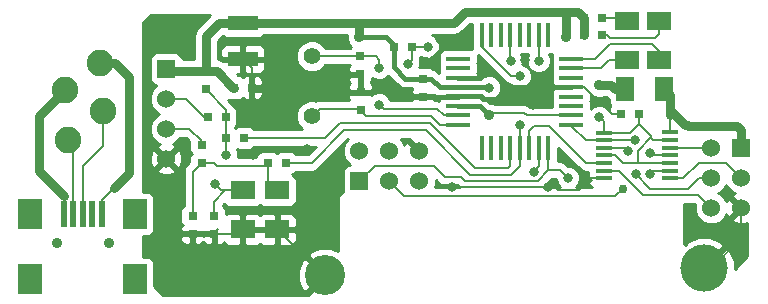
<source format=gtl>
G04 (created by PCBNEW-RS274X (2011-11-27 BZR 3249)-stable) date 13/09/2012 2:58:33 p.m.*
G01*
G70*
G90*
%MOIN*%
G04 Gerber Fmt 3.4, Leading zero omitted, Abs format*
%FSLAX34Y34*%
G04 APERTURE LIST*
%ADD10C,0.006000*%
%ADD11R,0.055000X0.017000*%
%ADD12C,0.035400*%
%ADD13R,0.078700X0.098400*%
%ADD14R,0.019700X0.090600*%
%ADD15C,0.088600*%
%ADD16C,0.157500*%
%ADD17C,0.133900*%
%ADD18C,0.056000*%
%ADD19R,0.060000X0.060000*%
%ADD20C,0.060000*%
%ADD21R,0.031500X0.025000*%
%ADD22R,0.080000X0.060000*%
%ADD23R,0.060000X0.080000*%
%ADD24R,0.100000X0.050000*%
%ADD25R,0.078700X0.017700*%
%ADD26R,0.017700X0.078700*%
%ADD27R,0.025000X0.031500*%
%ADD28C,0.035000*%
%ADD29C,0.031500*%
%ADD30C,0.030000*%
%ADD31C,0.015700*%
%ADD32C,0.008000*%
%ADD33C,0.030000*%
%ADD34C,0.010000*%
G04 APERTURE END LIST*
G54D10*
G54D11*
X20128Y-04472D03*
X20128Y-04722D03*
X20128Y-04982D03*
X20128Y-05232D03*
X20128Y-05492D03*
X20128Y-05747D03*
X20128Y-06002D03*
X22328Y-06002D03*
X22328Y-05747D03*
X22328Y-05492D03*
X22328Y-05232D03*
X22328Y-04977D03*
X22328Y-04722D03*
X22328Y-04467D03*
G54D12*
X03622Y-08169D03*
X01890Y-08169D03*
G54D13*
X04488Y-09350D03*
X01004Y-09350D03*
X04508Y-07185D03*
X01004Y-07185D03*
G54D14*
X02756Y-07185D03*
X02441Y-07185D03*
X02126Y-07185D03*
X03071Y-07185D03*
X03386Y-07185D03*
G54D15*
X02166Y-03053D03*
G54D16*
X23478Y-08982D03*
G54D17*
X10828Y-09232D03*
G54D18*
X10398Y-03932D03*
X10398Y-01932D03*
G54D19*
X11978Y-06092D03*
G54D20*
X11978Y-05092D03*
X12978Y-06092D03*
X12978Y-05092D03*
X13978Y-06092D03*
X13978Y-05092D03*
G54D19*
X05538Y-02352D03*
G54D20*
X05538Y-03352D03*
X05538Y-04352D03*
X05538Y-05352D03*
G54D15*
X02264Y-04726D03*
X03445Y-03742D03*
X03347Y-02167D03*
G54D21*
X06418Y-07842D03*
X06418Y-07242D03*
X07138Y-07842D03*
X07138Y-07242D03*
G54D22*
X08088Y-07702D03*
X08088Y-06402D03*
X09238Y-07702D03*
X09238Y-06402D03*
G54D23*
X20838Y-03022D03*
X22138Y-03022D03*
G54D22*
X21968Y-00752D03*
X21968Y-02052D03*
X20908Y-00752D03*
X20908Y-02052D03*
G54D19*
X24713Y-04984D03*
G54D20*
X23713Y-04984D03*
X24713Y-05984D03*
X23713Y-05984D03*
X24713Y-06984D03*
X23713Y-06984D03*
G54D24*
X08098Y-00822D03*
X08098Y-02022D03*
G54D25*
X15282Y-04215D03*
X15282Y-03900D03*
X15282Y-03585D03*
X15282Y-03270D03*
X15282Y-02955D03*
X15282Y-02640D03*
X15282Y-02325D03*
X15282Y-02010D03*
X19048Y-02012D03*
X19048Y-04222D03*
X19048Y-03902D03*
X19048Y-03582D03*
X19048Y-03272D03*
X19048Y-02952D03*
X19048Y-02642D03*
X19048Y-02322D03*
G54D26*
X16066Y-01222D03*
X16380Y-01222D03*
X16696Y-01222D03*
X17010Y-01222D03*
X17326Y-01222D03*
X17640Y-01222D03*
X17956Y-01222D03*
X18270Y-01222D03*
X16068Y-05002D03*
X16378Y-05002D03*
X16698Y-05002D03*
X17008Y-05002D03*
X17318Y-05002D03*
X17638Y-05002D03*
X17958Y-05002D03*
X18278Y-05002D03*
G54D27*
X20078Y-00642D03*
X19478Y-00642D03*
X20078Y-01212D03*
X19478Y-01212D03*
G54D21*
X06718Y-05472D03*
X06718Y-04872D03*
G54D27*
X07538Y-03952D03*
X06938Y-03952D03*
X09518Y-05482D03*
X08918Y-05482D03*
X08138Y-04652D03*
X07538Y-04652D03*
G54D21*
X12018Y-03722D03*
X12018Y-03122D03*
G54D27*
X07798Y-02972D03*
X08398Y-02972D03*
G54D21*
X06858Y-02432D03*
X06858Y-03032D03*
X12008Y-01932D03*
X12008Y-02532D03*
G54D27*
X13118Y-01622D03*
X13718Y-01622D03*
X21284Y-03858D03*
X20684Y-03858D03*
G54D21*
X14098Y-02672D03*
X14098Y-03272D03*
G54D28*
X19976Y-02898D03*
X16308Y-03902D03*
X11978Y-01302D03*
G54D29*
X16308Y-02972D03*
G54D28*
X18878Y-01282D03*
G54D29*
X17958Y-02082D03*
X19978Y-03962D03*
X17328Y-04232D03*
X17318Y-02592D03*
X21654Y-05157D03*
X18937Y-05984D03*
X21668Y-05842D03*
X17788Y-05772D03*
X17018Y-02082D03*
X14268Y-01612D03*
X13588Y-02172D03*
X21178Y-04732D03*
G54D30*
X20758Y-06342D03*
G54D29*
X15598Y-01362D03*
X08088Y-09552D03*
X06178Y-09542D03*
X06558Y-00792D03*
X05528Y-08862D03*
X16928Y-02952D03*
X17758Y-03542D03*
X05408Y-01582D03*
X10236Y-05032D03*
G54D28*
X13528Y-03262D03*
G54D29*
X15078Y-06282D03*
X08088Y-08462D03*
X09788Y-09532D03*
X05658Y-00812D03*
X08425Y-05221D03*
X05518Y-07472D03*
X18258Y-06292D03*
X14658Y-01362D03*
X10937Y-07264D03*
X19978Y-03452D03*
X17488Y-02062D03*
X14248Y-02132D03*
X08088Y-03712D03*
X19488Y-06002D03*
X07168Y-06202D03*
X07528Y-05212D03*
X21188Y-05862D03*
X20928Y-05092D03*
X12638Y-03543D03*
X12638Y-02323D03*
G54D31*
X14098Y-02672D02*
X13486Y-02672D01*
G54D32*
X19048Y-03902D02*
X17563Y-03902D01*
G54D33*
X20362Y-02898D02*
X20486Y-03022D01*
X06858Y-01262D02*
X07298Y-00822D01*
X19478Y-00642D02*
X19478Y-01212D01*
G54D32*
X17480Y-03819D02*
X16391Y-03819D01*
G54D33*
X11978Y-00822D02*
X15118Y-00822D01*
X15498Y-00442D02*
X18868Y-00442D01*
X07298Y-00822D02*
X08098Y-00822D01*
X06858Y-02432D02*
X06858Y-01262D01*
X11978Y-00822D02*
X11978Y-01302D01*
G54D31*
X14651Y-02955D02*
X15282Y-02955D01*
G54D33*
X18868Y-00442D02*
X19278Y-00442D01*
X07238Y-02432D02*
X06858Y-02432D01*
G54D31*
X14098Y-02672D02*
X14368Y-02672D01*
G54D33*
X18868Y-01272D02*
X18878Y-01282D01*
G54D31*
X14368Y-02672D02*
X14651Y-02955D01*
G54D33*
X20486Y-03022D02*
X20838Y-03022D01*
G54D31*
X15282Y-02955D02*
X16291Y-02955D01*
G54D33*
X06858Y-02432D02*
X05618Y-02432D01*
X08098Y-00822D02*
X11978Y-00822D01*
G54D31*
X16291Y-02955D02*
X16308Y-02972D01*
G54D33*
X18868Y-00442D02*
X18868Y-01272D01*
X05618Y-02432D02*
X05538Y-02352D01*
X15118Y-00822D02*
X15498Y-00442D01*
X07798Y-02972D02*
X07778Y-02972D01*
G54D31*
X13118Y-02304D02*
X13118Y-01622D01*
G54D33*
X19278Y-00442D02*
X19478Y-00642D01*
X19976Y-02898D02*
X20362Y-02898D01*
G54D31*
X15282Y-03585D02*
X15991Y-03585D01*
X15991Y-03585D02*
X16308Y-03902D01*
G54D32*
X17563Y-03902D02*
X17480Y-03819D01*
G54D31*
X12877Y-01302D02*
X11978Y-01302D01*
G54D32*
X16391Y-03819D02*
X16308Y-03902D01*
G54D31*
X13486Y-02672D02*
X13118Y-02304D01*
X13118Y-01543D02*
X12877Y-01302D01*
X13118Y-01622D02*
X13118Y-01543D01*
G54D33*
X07778Y-02972D02*
X07238Y-02432D01*
G54D32*
X20118Y-04102D02*
X19978Y-03962D01*
X21708Y-04631D02*
X21708Y-04652D01*
X20128Y-04472D02*
X20128Y-04112D01*
X17956Y-02080D02*
X17956Y-01222D01*
X21208Y-05492D02*
X21260Y-05492D01*
X20768Y-05492D02*
X21208Y-05492D01*
X20128Y-04112D02*
X20118Y-04102D01*
X21708Y-04652D02*
X21778Y-04722D01*
X21299Y-04173D02*
X21299Y-03873D01*
X21260Y-05079D02*
X21708Y-04631D01*
X21778Y-04722D02*
X22328Y-04722D01*
X21299Y-04173D02*
X21288Y-04162D01*
X21708Y-04652D02*
X21708Y-04582D01*
X21260Y-05492D02*
X21260Y-05079D01*
X20118Y-04102D02*
X20118Y-04102D01*
X17958Y-02082D02*
X17956Y-02080D01*
X21299Y-03873D02*
X21284Y-03858D01*
X20128Y-05232D02*
X20508Y-05232D01*
X20508Y-05232D02*
X20768Y-05492D01*
X20128Y-04472D02*
X21000Y-04472D01*
X21000Y-04472D02*
X21299Y-04173D01*
X21708Y-04582D02*
X21299Y-04173D01*
X21260Y-05492D02*
X22328Y-05492D01*
X09518Y-05482D02*
X10398Y-05482D01*
X16066Y-01222D02*
X16066Y-01620D01*
X17048Y-05872D02*
X17318Y-05602D01*
X17328Y-04232D02*
X17318Y-04242D01*
X11478Y-04402D02*
X10398Y-05482D01*
X15668Y-05872D02*
X17048Y-05872D01*
X14198Y-04402D02*
X15668Y-05872D01*
X17318Y-04242D02*
X17318Y-05002D01*
X14198Y-04402D02*
X11478Y-04402D01*
X17318Y-05602D02*
X17318Y-05002D01*
X17038Y-02592D02*
X17318Y-02592D01*
X16066Y-01620D02*
X17038Y-02592D01*
X17008Y-05582D02*
X17008Y-05002D01*
X11338Y-04152D02*
X10838Y-04652D01*
X15828Y-05662D02*
X14318Y-04152D01*
X15828Y-05662D02*
X16928Y-05662D01*
X16928Y-05662D02*
X17008Y-05582D01*
X08138Y-04652D02*
X10838Y-04652D01*
X14318Y-04152D02*
X11338Y-04152D01*
X14458Y-05582D02*
X12488Y-05582D01*
X22328Y-05232D02*
X22318Y-05242D01*
X14818Y-05942D02*
X14458Y-05582D01*
X18675Y-05722D02*
X18937Y-05984D01*
X15368Y-05942D02*
X15508Y-06082D01*
X11978Y-06092D02*
X12488Y-05582D01*
X18278Y-05722D02*
X18278Y-05002D01*
X17918Y-06082D02*
X18278Y-05722D01*
X14818Y-05942D02*
X15368Y-05942D01*
X21729Y-05232D02*
X22328Y-05232D01*
X21729Y-05232D02*
X21654Y-05157D01*
X15508Y-06082D02*
X17918Y-06082D01*
X18278Y-05732D02*
X18278Y-05722D01*
X18675Y-05722D02*
X18278Y-05722D01*
X17788Y-05772D02*
X17958Y-05602D01*
X17958Y-05602D02*
X17958Y-05002D01*
X22328Y-05747D02*
X21763Y-05747D01*
X21763Y-05747D02*
X21668Y-05842D01*
X13718Y-02042D02*
X13718Y-01622D01*
X13588Y-02172D02*
X13718Y-02042D01*
X17018Y-02082D02*
X17010Y-02074D01*
X14258Y-01622D02*
X14268Y-01612D01*
X17010Y-01222D02*
X17010Y-02074D01*
X14258Y-01622D02*
X13718Y-01622D01*
X17638Y-04412D02*
X17798Y-04252D01*
X18298Y-04252D02*
X19538Y-05492D01*
X17798Y-04252D02*
X18298Y-04252D01*
X19538Y-05492D02*
X20128Y-05492D01*
X17638Y-05002D02*
X17638Y-04412D01*
X20128Y-04722D02*
X19518Y-04722D01*
X12978Y-06092D02*
X13478Y-06592D01*
X20508Y-06592D02*
X20758Y-06342D01*
X21178Y-04732D02*
X20138Y-04732D01*
X20138Y-04732D02*
X20128Y-04722D01*
X19048Y-04252D02*
X19518Y-04722D01*
X19048Y-04252D02*
X19048Y-04222D01*
X20472Y-06592D02*
X20508Y-06592D01*
X20472Y-06592D02*
X13478Y-06592D01*
X21168Y-04722D02*
X21178Y-04732D01*
X20684Y-03858D02*
X20384Y-03858D01*
X12918Y-03122D02*
X12018Y-03122D01*
X23718Y-08982D02*
X24716Y-07984D01*
X12018Y-03122D02*
X12018Y-02542D01*
X10828Y-09232D02*
X10768Y-09232D01*
X24716Y-06987D02*
X24713Y-06984D01*
X05408Y-01582D02*
X05658Y-01332D01*
X05658Y-01332D02*
X05658Y-00812D01*
X16928Y-02952D02*
X16918Y-02942D01*
X08338Y-03462D02*
X08338Y-03032D01*
X23478Y-08982D02*
X23718Y-08982D01*
X10499Y-07702D02*
X10937Y-07264D01*
X24716Y-06987D02*
X24713Y-06984D01*
G54D31*
X15282Y-03270D02*
X16026Y-03270D01*
G54D32*
X08693Y-04953D02*
X08425Y-05221D01*
X14658Y-01722D02*
X14658Y-01362D01*
G54D31*
X16026Y-03270D02*
X16102Y-03346D01*
G54D32*
X09428Y-07702D02*
X09238Y-07702D01*
X14248Y-02132D02*
X14658Y-01722D01*
X06418Y-07842D02*
X05908Y-07842D01*
X08398Y-02972D02*
X08398Y-02322D01*
X08088Y-07702D02*
X08088Y-08462D01*
X07138Y-07842D02*
X07278Y-07702D01*
X07948Y-07842D02*
X08088Y-07702D01*
G54D31*
X16102Y-03346D02*
X16534Y-03346D01*
G54D32*
X10768Y-09232D02*
X09238Y-07702D01*
G54D31*
X19048Y-02952D02*
X16928Y-02952D01*
G54D32*
X08088Y-07702D02*
X09238Y-07702D01*
X08088Y-03712D02*
X08338Y-03462D01*
X08108Y-09532D02*
X09788Y-09532D01*
X14098Y-03272D02*
X13528Y-03272D01*
G54D31*
X15280Y-03272D02*
X15282Y-03270D01*
G54D32*
X08338Y-03032D02*
X08398Y-02972D01*
X18602Y-06402D02*
X19308Y-06402D01*
X18258Y-06292D02*
X15088Y-06292D01*
X24716Y-07984D02*
X24716Y-06987D01*
X05518Y-07472D02*
X05488Y-07442D01*
X10236Y-05032D02*
X10157Y-04953D01*
X24716Y-07984D02*
X24728Y-07972D01*
X19308Y-06402D02*
X19488Y-06222D01*
X13528Y-03272D02*
X13068Y-03272D01*
X20384Y-03858D02*
X19978Y-03452D01*
X15088Y-06292D02*
X15078Y-06282D01*
X08088Y-09552D02*
X08108Y-09532D01*
X19478Y-02952D02*
X19978Y-03452D01*
X05488Y-07442D02*
X05488Y-07422D01*
G54D31*
X14448Y-03272D02*
X15280Y-03272D01*
G54D32*
X19488Y-06222D02*
X19488Y-06002D01*
X07138Y-07842D02*
X07948Y-07842D01*
X13528Y-03262D02*
X13528Y-03272D01*
X18492Y-06292D02*
X18602Y-06402D01*
G54D31*
X16534Y-03346D02*
X16928Y-02952D01*
G54D32*
X06418Y-07842D02*
X07138Y-07842D01*
X18258Y-06292D02*
X18492Y-06292D01*
G54D31*
X16496Y-02520D02*
X16928Y-02952D01*
G54D32*
X11998Y-02542D02*
X12008Y-02532D01*
X12018Y-02542D02*
X12008Y-02532D01*
G54D31*
X14098Y-03272D02*
X14448Y-03272D01*
G54D32*
X19488Y-06002D02*
X20128Y-06002D01*
X10157Y-04953D02*
X08693Y-04953D01*
X09238Y-07702D02*
X10499Y-07702D01*
X05528Y-08892D02*
X05528Y-08862D01*
X08398Y-02322D02*
X08098Y-02022D01*
X06178Y-09542D02*
X05528Y-08892D01*
X12018Y-03122D02*
X08548Y-03122D01*
G54D31*
X15282Y-02640D02*
X15984Y-02640D01*
G54D32*
X16918Y-02962D02*
X16918Y-02942D01*
X05908Y-07842D02*
X05538Y-07472D01*
G54D31*
X16104Y-02520D02*
X16496Y-02520D01*
X15984Y-02640D02*
X16104Y-02520D01*
G54D32*
X19478Y-02952D02*
X19048Y-02952D01*
X13068Y-03272D02*
X12918Y-03122D01*
X08088Y-07702D02*
X07938Y-07852D01*
X08548Y-03122D02*
X08398Y-02972D01*
X20040Y-02322D02*
X20310Y-02052D01*
X19048Y-02322D02*
X20040Y-02322D01*
X20310Y-02052D02*
X20908Y-02052D01*
X07138Y-07242D02*
X07138Y-06772D01*
X07538Y-05202D02*
X07528Y-05212D01*
X07538Y-03952D02*
X07538Y-03712D01*
X07138Y-06772D02*
X07508Y-06402D01*
X07168Y-06202D02*
X07368Y-06402D01*
X07538Y-03712D02*
X06858Y-03032D01*
X07538Y-04652D02*
X07538Y-03952D01*
X07508Y-06402D02*
X08088Y-06402D01*
X07538Y-04652D02*
X07538Y-05202D01*
X07368Y-06402D02*
X08088Y-06402D01*
X06718Y-04872D02*
X06718Y-04762D01*
X06308Y-04352D02*
X05538Y-04352D01*
X06718Y-04762D02*
X06308Y-04352D01*
X06938Y-03952D02*
X06788Y-03952D01*
X06188Y-03352D02*
X05538Y-03352D01*
X06788Y-03952D02*
X06188Y-03352D01*
X21443Y-06562D02*
X20628Y-05747D01*
X23307Y-06562D02*
X21443Y-06562D01*
X23307Y-06562D02*
X23307Y-06578D01*
X20628Y-05747D02*
X20128Y-05747D01*
X23308Y-06562D02*
X23307Y-06562D01*
X23307Y-06578D02*
X23713Y-06984D01*
X22328Y-04977D02*
X23706Y-04977D01*
X23706Y-04977D02*
X23713Y-04984D01*
X22335Y-04984D02*
X22328Y-04977D01*
X23712Y-05983D02*
X23713Y-05984D01*
X23308Y-05982D02*
X23307Y-05983D01*
X23307Y-05983D02*
X22938Y-06352D01*
X20818Y-04982D02*
X20928Y-05092D01*
X23307Y-05983D02*
X23712Y-05983D01*
X21678Y-06352D02*
X21188Y-05862D01*
X22938Y-06352D02*
X21678Y-06352D01*
X20818Y-04982D02*
X20128Y-04982D01*
X22768Y-06002D02*
X23288Y-05482D01*
X22328Y-06002D02*
X22768Y-06002D01*
X24213Y-05484D02*
X24713Y-05984D01*
X24213Y-05482D02*
X24213Y-05484D01*
X24213Y-05482D02*
X24228Y-05482D01*
X23288Y-05482D02*
X24213Y-05482D01*
X06418Y-05772D02*
X06718Y-05472D01*
X07128Y-05472D02*
X07248Y-05592D01*
X06418Y-07242D02*
X06418Y-05772D01*
X07248Y-05592D02*
X08808Y-05592D01*
X06718Y-05472D02*
X07128Y-05472D01*
X08918Y-05482D02*
X08918Y-06082D01*
X08808Y-05592D02*
X08918Y-05482D01*
X08918Y-06082D02*
X09238Y-06402D01*
X20078Y-00642D02*
X20798Y-00642D01*
X20798Y-00642D02*
X20908Y-00752D01*
G54D33*
X01299Y-03920D02*
X02166Y-03053D01*
X01299Y-05748D02*
X01299Y-03920D01*
G54D32*
X02126Y-07185D02*
X02126Y-06575D01*
G54D33*
X02126Y-06575D02*
X01299Y-05748D01*
G54D32*
X03436Y-04932D02*
X03445Y-04923D01*
X02776Y-05592D02*
X02776Y-07165D01*
X03436Y-04932D02*
X02776Y-05592D01*
X02776Y-07165D02*
X02756Y-07185D01*
X03436Y-04932D02*
X03436Y-03751D01*
X03436Y-03751D02*
X03445Y-03742D01*
X03386Y-07185D02*
X03386Y-06732D01*
G54D33*
X03800Y-06318D02*
X04291Y-05827D01*
X04291Y-02874D02*
X04291Y-02913D01*
G54D32*
X03386Y-06732D02*
X03800Y-06318D01*
G54D33*
X04291Y-05827D02*
X04291Y-02913D01*
X04291Y-02913D02*
X04291Y-02637D01*
X04291Y-02637D02*
X03821Y-02167D01*
X03821Y-02167D02*
X03347Y-02167D01*
G54D32*
X12522Y-01932D02*
X12008Y-01932D01*
X14786Y-03900D02*
X14578Y-03692D01*
X10398Y-01932D02*
X12008Y-01932D01*
X15282Y-03900D02*
X14786Y-03900D01*
X12522Y-01932D02*
X12638Y-02048D01*
X12787Y-03692D02*
X12638Y-03543D01*
X12638Y-02048D02*
X12638Y-02323D01*
X12028Y-01952D02*
X12008Y-01932D01*
X14578Y-03692D02*
X12787Y-03692D01*
X02441Y-04903D02*
X02264Y-04726D01*
X02441Y-07185D02*
X02441Y-04903D01*
X21968Y-02052D02*
X21968Y-01752D01*
X19058Y-02022D02*
X19048Y-02012D01*
X21728Y-01512D02*
X21968Y-01752D01*
X19828Y-02022D02*
X19058Y-02022D01*
X20338Y-01512D02*
X21728Y-01512D01*
X20338Y-01512D02*
X19828Y-02022D01*
X20248Y-01212D02*
X20348Y-01312D01*
X20348Y-01312D02*
X21838Y-01312D01*
X20078Y-01212D02*
X20248Y-01212D01*
X21968Y-01182D02*
X21968Y-00752D01*
X21838Y-01312D02*
X21968Y-01182D01*
X10398Y-03932D02*
X10658Y-03672D01*
X14661Y-04215D02*
X14358Y-03912D01*
X15282Y-04215D02*
X14661Y-04215D01*
X11968Y-03672D02*
X12018Y-03722D01*
X12208Y-03912D02*
X12018Y-03722D01*
X10658Y-03672D02*
X11968Y-03672D01*
X14358Y-03912D02*
X12208Y-03912D01*
G54D33*
X24713Y-04398D02*
X24713Y-04984D01*
X22938Y-04242D02*
X24557Y-04242D01*
G54D32*
X22928Y-04242D02*
X22938Y-04242D01*
G54D33*
X22938Y-04213D02*
X22938Y-04212D01*
X22938Y-04242D02*
X22938Y-04213D01*
X24557Y-04242D02*
X24713Y-04398D01*
G54D32*
X22328Y-03882D02*
X22338Y-03872D01*
G54D33*
X22338Y-03222D02*
X22138Y-03022D01*
X22338Y-03716D02*
X22338Y-03222D01*
X22338Y-03872D02*
X22338Y-03716D01*
G54D32*
X22338Y-03872D02*
X22328Y-03882D01*
X22328Y-03882D02*
X22338Y-03872D01*
X22328Y-04467D02*
X22328Y-03882D01*
G54D33*
X22835Y-04213D02*
X22338Y-03716D01*
X22938Y-04213D02*
X22835Y-04213D01*
G54D10*
G36*
X10528Y-04942D02*
X10278Y-05192D01*
X09857Y-05192D01*
X09854Y-05184D01*
X09784Y-05114D01*
X09693Y-05076D01*
X09594Y-05076D01*
X09344Y-05076D01*
X09252Y-05114D01*
X09218Y-05148D01*
X09184Y-05114D01*
X09093Y-05076D01*
X08994Y-05076D01*
X08744Y-05076D01*
X08652Y-05114D01*
X08582Y-05184D01*
X08544Y-05275D01*
X08544Y-05302D01*
X07930Y-05302D01*
X07934Y-05293D01*
X07934Y-05132D01*
X07890Y-05027D01*
X07963Y-05058D01*
X08062Y-05058D01*
X08312Y-05058D01*
X08404Y-05020D01*
X08474Y-04950D01*
X08477Y-04942D01*
X10528Y-04942D01*
X10528Y-04942D01*
G37*
G54D34*
X10528Y-04942D02*
X10278Y-05192D01*
X09857Y-05192D01*
X09854Y-05184D01*
X09784Y-05114D01*
X09693Y-05076D01*
X09594Y-05076D01*
X09344Y-05076D01*
X09252Y-05114D01*
X09218Y-05148D01*
X09184Y-05114D01*
X09093Y-05076D01*
X08994Y-05076D01*
X08744Y-05076D01*
X08652Y-05114D01*
X08582Y-05184D01*
X08544Y-05275D01*
X08544Y-05302D01*
X07930Y-05302D01*
X07934Y-05293D01*
X07934Y-05132D01*
X07890Y-05027D01*
X07963Y-05058D01*
X08062Y-05058D01*
X08312Y-05058D01*
X08404Y-05020D01*
X08474Y-04950D01*
X08477Y-04942D01*
X10528Y-04942D01*
G54D10*
G36*
X11653Y-05543D02*
X11629Y-05543D01*
X11537Y-05581D01*
X11467Y-05651D01*
X11429Y-05742D01*
X11429Y-05841D01*
X11429Y-06441D01*
X11436Y-06459D01*
X11348Y-06518D01*
X11278Y-06624D01*
X11253Y-06748D01*
X11253Y-08431D01*
X10993Y-08328D01*
X10635Y-08333D01*
X10329Y-08461D01*
X10259Y-08592D01*
X10793Y-09126D01*
X10828Y-09161D01*
X10899Y-09232D01*
X10828Y-09303D01*
X10793Y-09338D01*
X10757Y-09374D01*
X10757Y-09232D01*
X10188Y-08663D01*
X10057Y-08733D01*
X09924Y-09067D01*
X09929Y-09425D01*
X10057Y-09731D01*
X10188Y-09801D01*
X10757Y-09232D01*
X10757Y-09374D01*
X10259Y-09872D01*
X10272Y-09897D01*
X09888Y-09897D01*
X09888Y-07814D01*
X09888Y-07590D01*
X09887Y-07353D01*
X09849Y-07261D01*
X09779Y-07191D01*
X09688Y-07153D01*
X09589Y-07153D01*
X09350Y-07152D01*
X09288Y-07214D01*
X09288Y-07652D01*
X09826Y-07652D01*
X09888Y-07590D01*
X09888Y-07814D01*
X09826Y-07752D01*
X09288Y-07752D01*
X09288Y-08190D01*
X09350Y-08252D01*
X09589Y-08251D01*
X09688Y-08251D01*
X09779Y-08213D01*
X09849Y-08143D01*
X09887Y-08051D01*
X09888Y-07814D01*
X09888Y-09897D01*
X09188Y-09897D01*
X09188Y-08190D01*
X09188Y-07752D01*
X09188Y-07652D01*
X09188Y-07214D01*
X09126Y-07152D01*
X08887Y-07153D01*
X08788Y-07153D01*
X08697Y-07191D01*
X08663Y-07225D01*
X08629Y-07191D01*
X08538Y-07153D01*
X08439Y-07153D01*
X08200Y-07152D01*
X08138Y-07214D01*
X08138Y-07652D01*
X08650Y-07652D01*
X08676Y-07652D01*
X09188Y-07652D01*
X09188Y-07752D01*
X08676Y-07752D01*
X08650Y-07752D01*
X08138Y-07752D01*
X08138Y-08190D01*
X08200Y-08252D01*
X08439Y-08251D01*
X08538Y-08251D01*
X08629Y-08213D01*
X08663Y-08179D01*
X08697Y-08213D01*
X08788Y-08251D01*
X08887Y-08251D01*
X09126Y-08252D01*
X09188Y-08190D01*
X09188Y-09897D01*
X07088Y-09897D01*
X07088Y-08155D01*
X07088Y-07892D01*
X06793Y-07892D01*
X06778Y-07907D01*
X06763Y-07892D01*
X06468Y-07892D01*
X06468Y-08155D01*
X06529Y-08216D01*
X06625Y-08216D01*
X06716Y-08178D01*
X06778Y-08116D01*
X06840Y-08178D01*
X06931Y-08216D01*
X07027Y-08216D01*
X07088Y-08155D01*
X07088Y-09897D01*
X06368Y-09897D01*
X06368Y-08155D01*
X06368Y-07892D01*
X06073Y-07892D01*
X06011Y-07954D01*
X06012Y-08016D01*
X06050Y-08108D01*
X06120Y-08178D01*
X06211Y-08216D01*
X06307Y-08216D01*
X06368Y-08155D01*
X06368Y-09897D01*
X05846Y-09897D01*
X05846Y-05730D01*
X05538Y-05423D01*
X05467Y-05493D01*
X05467Y-05352D01*
X05160Y-05044D01*
X05066Y-05071D01*
X04995Y-05273D01*
X05006Y-05486D01*
X05066Y-05633D01*
X05160Y-05660D01*
X05467Y-05352D01*
X05467Y-05493D01*
X05230Y-05730D01*
X05257Y-05824D01*
X05459Y-05895D01*
X05672Y-05884D01*
X05819Y-05824D01*
X05846Y-05730D01*
X05846Y-09897D01*
X05448Y-09897D01*
X05130Y-09578D01*
X05130Y-08809D01*
X05092Y-08717D01*
X05022Y-08647D01*
X04931Y-08609D01*
X04832Y-08609D01*
X04778Y-08609D01*
X04778Y-07926D01*
X04950Y-07926D01*
X05042Y-07888D01*
X05112Y-07818D01*
X05150Y-07727D01*
X05150Y-07628D01*
X05150Y-06644D01*
X05112Y-06552D01*
X05042Y-06482D01*
X04951Y-06444D01*
X04852Y-06444D01*
X04778Y-06444D01*
X04778Y-00775D01*
X04836Y-00745D01*
X05038Y-00557D01*
X06997Y-00557D01*
X06575Y-00979D01*
X06488Y-01109D01*
X06458Y-01262D01*
X06458Y-02032D01*
X06087Y-02032D01*
X06087Y-02003D01*
X06049Y-01911D01*
X05979Y-01841D01*
X05888Y-01803D01*
X05789Y-01803D01*
X05189Y-01803D01*
X05097Y-01841D01*
X05027Y-01911D01*
X04989Y-02002D01*
X04989Y-02101D01*
X04989Y-02701D01*
X05027Y-02793D01*
X05097Y-02863D01*
X05188Y-02901D01*
X05213Y-02901D01*
X05073Y-03041D01*
X04989Y-03243D01*
X04989Y-03461D01*
X05073Y-03663D01*
X05227Y-03817D01*
X05311Y-03852D01*
X05227Y-03887D01*
X05073Y-04041D01*
X04989Y-04243D01*
X04989Y-04461D01*
X05073Y-04663D01*
X05227Y-04817D01*
X05318Y-04854D01*
X05257Y-04880D01*
X05230Y-04974D01*
X05538Y-05281D01*
X05846Y-04974D01*
X05819Y-04880D01*
X05753Y-04856D01*
X05849Y-04817D01*
X06003Y-04663D01*
X06011Y-04642D01*
X06188Y-04642D01*
X06312Y-04766D01*
X06312Y-04796D01*
X06312Y-05046D01*
X06350Y-05138D01*
X06384Y-05172D01*
X06350Y-05206D01*
X06312Y-05297D01*
X06312Y-05396D01*
X06312Y-05468D01*
X06213Y-05567D01*
X06150Y-05661D01*
X06128Y-05772D01*
X06128Y-06902D01*
X06120Y-06906D01*
X06081Y-06945D01*
X06081Y-05431D01*
X06070Y-05218D01*
X06010Y-05071D01*
X05916Y-05044D01*
X05609Y-05352D01*
X05916Y-05660D01*
X06010Y-05633D01*
X06081Y-05431D01*
X06081Y-06945D01*
X06050Y-06976D01*
X06012Y-07067D01*
X06012Y-07166D01*
X06012Y-07416D01*
X06050Y-07508D01*
X06084Y-07542D01*
X06050Y-07576D01*
X06012Y-07668D01*
X06011Y-07730D01*
X06073Y-07792D01*
X06318Y-07792D01*
X06368Y-07792D01*
X06468Y-07792D01*
X06518Y-07792D01*
X06763Y-07792D01*
X06778Y-07777D01*
X06793Y-07792D01*
X07038Y-07792D01*
X07088Y-07792D01*
X07188Y-07792D01*
X07188Y-07892D01*
X07188Y-07942D01*
X07188Y-08155D01*
X07249Y-08216D01*
X07345Y-08216D01*
X07436Y-08178D01*
X07475Y-08138D01*
X07477Y-08143D01*
X07547Y-08213D01*
X07638Y-08251D01*
X07737Y-08251D01*
X07976Y-08252D01*
X08038Y-08190D01*
X08038Y-07802D01*
X08038Y-07752D01*
X08038Y-07652D01*
X08038Y-07602D01*
X08038Y-07214D01*
X07976Y-07152D01*
X07737Y-07153D01*
X07638Y-07153D01*
X07547Y-07191D01*
X07544Y-07194D01*
X07544Y-07068D01*
X07506Y-06976D01*
X07436Y-06906D01*
X07428Y-06902D01*
X07428Y-06892D01*
X07477Y-06843D01*
X07547Y-06913D01*
X07638Y-06951D01*
X07737Y-06951D01*
X08537Y-06951D01*
X08629Y-06913D01*
X08663Y-06879D01*
X08697Y-06913D01*
X08788Y-06951D01*
X08887Y-06951D01*
X09687Y-06951D01*
X09779Y-06913D01*
X09849Y-06843D01*
X09887Y-06752D01*
X09887Y-06653D01*
X09887Y-06053D01*
X09849Y-05961D01*
X09779Y-05891D01*
X09732Y-05871D01*
X09784Y-05850D01*
X09854Y-05780D01*
X09857Y-05772D01*
X10398Y-05772D01*
X10509Y-05750D01*
X10603Y-05687D01*
X11598Y-04692D01*
X11602Y-04692D01*
X11513Y-04781D01*
X11429Y-04983D01*
X11429Y-05201D01*
X11513Y-05403D01*
X11653Y-05543D01*
X11653Y-05543D01*
G37*
G54D34*
X11653Y-05543D02*
X11629Y-05543D01*
X11537Y-05581D01*
X11467Y-05651D01*
X11429Y-05742D01*
X11429Y-05841D01*
X11429Y-06441D01*
X11436Y-06459D01*
X11348Y-06518D01*
X11278Y-06624D01*
X11253Y-06748D01*
X11253Y-08431D01*
X10993Y-08328D01*
X10635Y-08333D01*
X10329Y-08461D01*
X10259Y-08592D01*
X10793Y-09126D01*
X10828Y-09161D01*
X10899Y-09232D01*
X10828Y-09303D01*
X10793Y-09338D01*
X10757Y-09374D01*
X10757Y-09232D01*
X10188Y-08663D01*
X10057Y-08733D01*
X09924Y-09067D01*
X09929Y-09425D01*
X10057Y-09731D01*
X10188Y-09801D01*
X10757Y-09232D01*
X10757Y-09374D01*
X10259Y-09872D01*
X10272Y-09897D01*
X09888Y-09897D01*
X09888Y-07814D01*
X09888Y-07590D01*
X09887Y-07353D01*
X09849Y-07261D01*
X09779Y-07191D01*
X09688Y-07153D01*
X09589Y-07153D01*
X09350Y-07152D01*
X09288Y-07214D01*
X09288Y-07652D01*
X09826Y-07652D01*
X09888Y-07590D01*
X09888Y-07814D01*
X09826Y-07752D01*
X09288Y-07752D01*
X09288Y-08190D01*
X09350Y-08252D01*
X09589Y-08251D01*
X09688Y-08251D01*
X09779Y-08213D01*
X09849Y-08143D01*
X09887Y-08051D01*
X09888Y-07814D01*
X09888Y-09897D01*
X09188Y-09897D01*
X09188Y-08190D01*
X09188Y-07752D01*
X09188Y-07652D01*
X09188Y-07214D01*
X09126Y-07152D01*
X08887Y-07153D01*
X08788Y-07153D01*
X08697Y-07191D01*
X08663Y-07225D01*
X08629Y-07191D01*
X08538Y-07153D01*
X08439Y-07153D01*
X08200Y-07152D01*
X08138Y-07214D01*
X08138Y-07652D01*
X08650Y-07652D01*
X08676Y-07652D01*
X09188Y-07652D01*
X09188Y-07752D01*
X08676Y-07752D01*
X08650Y-07752D01*
X08138Y-07752D01*
X08138Y-08190D01*
X08200Y-08252D01*
X08439Y-08251D01*
X08538Y-08251D01*
X08629Y-08213D01*
X08663Y-08179D01*
X08697Y-08213D01*
X08788Y-08251D01*
X08887Y-08251D01*
X09126Y-08252D01*
X09188Y-08190D01*
X09188Y-09897D01*
X07088Y-09897D01*
X07088Y-08155D01*
X07088Y-07892D01*
X06793Y-07892D01*
X06778Y-07907D01*
X06763Y-07892D01*
X06468Y-07892D01*
X06468Y-08155D01*
X06529Y-08216D01*
X06625Y-08216D01*
X06716Y-08178D01*
X06778Y-08116D01*
X06840Y-08178D01*
X06931Y-08216D01*
X07027Y-08216D01*
X07088Y-08155D01*
X07088Y-09897D01*
X06368Y-09897D01*
X06368Y-08155D01*
X06368Y-07892D01*
X06073Y-07892D01*
X06011Y-07954D01*
X06012Y-08016D01*
X06050Y-08108D01*
X06120Y-08178D01*
X06211Y-08216D01*
X06307Y-08216D01*
X06368Y-08155D01*
X06368Y-09897D01*
X05846Y-09897D01*
X05846Y-05730D01*
X05538Y-05423D01*
X05467Y-05493D01*
X05467Y-05352D01*
X05160Y-05044D01*
X05066Y-05071D01*
X04995Y-05273D01*
X05006Y-05486D01*
X05066Y-05633D01*
X05160Y-05660D01*
X05467Y-05352D01*
X05467Y-05493D01*
X05230Y-05730D01*
X05257Y-05824D01*
X05459Y-05895D01*
X05672Y-05884D01*
X05819Y-05824D01*
X05846Y-05730D01*
X05846Y-09897D01*
X05448Y-09897D01*
X05130Y-09578D01*
X05130Y-08809D01*
X05092Y-08717D01*
X05022Y-08647D01*
X04931Y-08609D01*
X04832Y-08609D01*
X04778Y-08609D01*
X04778Y-07926D01*
X04950Y-07926D01*
X05042Y-07888D01*
X05112Y-07818D01*
X05150Y-07727D01*
X05150Y-07628D01*
X05150Y-06644D01*
X05112Y-06552D01*
X05042Y-06482D01*
X04951Y-06444D01*
X04852Y-06444D01*
X04778Y-06444D01*
X04778Y-00775D01*
X04836Y-00745D01*
X05038Y-00557D01*
X06997Y-00557D01*
X06575Y-00979D01*
X06488Y-01109D01*
X06458Y-01262D01*
X06458Y-02032D01*
X06087Y-02032D01*
X06087Y-02003D01*
X06049Y-01911D01*
X05979Y-01841D01*
X05888Y-01803D01*
X05789Y-01803D01*
X05189Y-01803D01*
X05097Y-01841D01*
X05027Y-01911D01*
X04989Y-02002D01*
X04989Y-02101D01*
X04989Y-02701D01*
X05027Y-02793D01*
X05097Y-02863D01*
X05188Y-02901D01*
X05213Y-02901D01*
X05073Y-03041D01*
X04989Y-03243D01*
X04989Y-03461D01*
X05073Y-03663D01*
X05227Y-03817D01*
X05311Y-03852D01*
X05227Y-03887D01*
X05073Y-04041D01*
X04989Y-04243D01*
X04989Y-04461D01*
X05073Y-04663D01*
X05227Y-04817D01*
X05318Y-04854D01*
X05257Y-04880D01*
X05230Y-04974D01*
X05538Y-05281D01*
X05846Y-04974D01*
X05819Y-04880D01*
X05753Y-04856D01*
X05849Y-04817D01*
X06003Y-04663D01*
X06011Y-04642D01*
X06188Y-04642D01*
X06312Y-04766D01*
X06312Y-04796D01*
X06312Y-05046D01*
X06350Y-05138D01*
X06384Y-05172D01*
X06350Y-05206D01*
X06312Y-05297D01*
X06312Y-05396D01*
X06312Y-05468D01*
X06213Y-05567D01*
X06150Y-05661D01*
X06128Y-05772D01*
X06128Y-06902D01*
X06120Y-06906D01*
X06081Y-06945D01*
X06081Y-05431D01*
X06070Y-05218D01*
X06010Y-05071D01*
X05916Y-05044D01*
X05609Y-05352D01*
X05916Y-05660D01*
X06010Y-05633D01*
X06081Y-05431D01*
X06081Y-06945D01*
X06050Y-06976D01*
X06012Y-07067D01*
X06012Y-07166D01*
X06012Y-07416D01*
X06050Y-07508D01*
X06084Y-07542D01*
X06050Y-07576D01*
X06012Y-07668D01*
X06011Y-07730D01*
X06073Y-07792D01*
X06318Y-07792D01*
X06368Y-07792D01*
X06468Y-07792D01*
X06518Y-07792D01*
X06763Y-07792D01*
X06778Y-07777D01*
X06793Y-07792D01*
X07038Y-07792D01*
X07088Y-07792D01*
X07188Y-07792D01*
X07188Y-07892D01*
X07188Y-07942D01*
X07188Y-08155D01*
X07249Y-08216D01*
X07345Y-08216D01*
X07436Y-08178D01*
X07475Y-08138D01*
X07477Y-08143D01*
X07547Y-08213D01*
X07638Y-08251D01*
X07737Y-08251D01*
X07976Y-08252D01*
X08038Y-08190D01*
X08038Y-07802D01*
X08038Y-07752D01*
X08038Y-07652D01*
X08038Y-07602D01*
X08038Y-07214D01*
X07976Y-07152D01*
X07737Y-07153D01*
X07638Y-07153D01*
X07547Y-07191D01*
X07544Y-07194D01*
X07544Y-07068D01*
X07506Y-06976D01*
X07436Y-06906D01*
X07428Y-06902D01*
X07428Y-06892D01*
X07477Y-06843D01*
X07547Y-06913D01*
X07638Y-06951D01*
X07737Y-06951D01*
X08537Y-06951D01*
X08629Y-06913D01*
X08663Y-06879D01*
X08697Y-06913D01*
X08788Y-06951D01*
X08887Y-06951D01*
X09687Y-06951D01*
X09779Y-06913D01*
X09849Y-06843D01*
X09887Y-06752D01*
X09887Y-06653D01*
X09887Y-06053D01*
X09849Y-05961D01*
X09779Y-05891D01*
X09732Y-05871D01*
X09784Y-05850D01*
X09854Y-05780D01*
X09857Y-05772D01*
X10398Y-05772D01*
X10509Y-05750D01*
X10603Y-05687D01*
X11598Y-04692D01*
X11602Y-04692D01*
X11513Y-04781D01*
X11429Y-04983D01*
X11429Y-05201D01*
X11513Y-05403D01*
X11653Y-05543D01*
G54D10*
G36*
X14049Y-05092D02*
X13978Y-05163D01*
X13907Y-05092D01*
X13872Y-05057D01*
X13600Y-04784D01*
X13506Y-04811D01*
X13482Y-04876D01*
X13443Y-04781D01*
X13354Y-04692D01*
X13676Y-04692D01*
X13670Y-04714D01*
X13943Y-04986D01*
X13978Y-05021D01*
X14049Y-05092D01*
X14049Y-05092D01*
G37*
G54D34*
X14049Y-05092D02*
X13978Y-05163D01*
X13907Y-05092D01*
X13872Y-05057D01*
X13600Y-04784D01*
X13506Y-04811D01*
X13482Y-04876D01*
X13443Y-04781D01*
X13354Y-04692D01*
X13676Y-04692D01*
X13670Y-04714D01*
X13943Y-04986D01*
X13978Y-05021D01*
X14049Y-05092D01*
G54D10*
G36*
X14645Y-03370D02*
X14640Y-03375D01*
X14640Y-03408D01*
X14642Y-03414D01*
X14578Y-03402D01*
X14504Y-03402D01*
X14505Y-03384D01*
X14443Y-03322D01*
X14198Y-03322D01*
X14148Y-03322D01*
X14048Y-03322D01*
X13998Y-03322D01*
X13753Y-03322D01*
X13691Y-03384D01*
X13691Y-03402D01*
X13018Y-03402D01*
X12982Y-03314D01*
X12869Y-03199D01*
X12719Y-03137D01*
X12558Y-03137D01*
X12409Y-03199D01*
X12399Y-03208D01*
X12363Y-03172D01*
X12118Y-03172D01*
X12068Y-03172D01*
X11968Y-03172D01*
X11968Y-03072D01*
X11968Y-02809D01*
X11958Y-02799D01*
X11958Y-02582D01*
X11663Y-02582D01*
X11601Y-02644D01*
X11602Y-02706D01*
X11640Y-02798D01*
X11674Y-02832D01*
X11650Y-02856D01*
X11612Y-02948D01*
X11611Y-03010D01*
X11673Y-03072D01*
X11968Y-03072D01*
X11968Y-03172D01*
X11918Y-03172D01*
X11673Y-03172D01*
X11611Y-03234D01*
X11612Y-03296D01*
X11647Y-03382D01*
X10658Y-03382D01*
X10564Y-03400D01*
X10546Y-03404D01*
X10532Y-03413D01*
X10531Y-03413D01*
X10504Y-03402D01*
X10293Y-03402D01*
X10098Y-03483D01*
X09949Y-03631D01*
X09868Y-03826D01*
X09868Y-04037D01*
X09949Y-04232D01*
X10078Y-04362D01*
X08848Y-04362D01*
X08848Y-02134D01*
X08848Y-01910D01*
X08847Y-01723D01*
X08809Y-01631D01*
X08739Y-01561D01*
X08648Y-01523D01*
X08549Y-01523D01*
X08210Y-01522D01*
X08148Y-01584D01*
X08148Y-01972D01*
X08786Y-01972D01*
X08848Y-01910D01*
X08848Y-02134D01*
X08786Y-02072D01*
X08148Y-02072D01*
X08148Y-02460D01*
X08210Y-02522D01*
X08549Y-02521D01*
X08648Y-02521D01*
X08739Y-02483D01*
X08809Y-02413D01*
X08847Y-02321D01*
X08848Y-02134D01*
X08848Y-04362D01*
X08772Y-04362D01*
X08772Y-03179D01*
X08772Y-03083D01*
X08772Y-02861D01*
X08772Y-02765D01*
X08734Y-02674D01*
X08664Y-02604D01*
X08572Y-02566D01*
X08510Y-02565D01*
X08448Y-02627D01*
X08448Y-02922D01*
X08711Y-02922D01*
X08772Y-02861D01*
X08772Y-03083D01*
X08711Y-03022D01*
X08448Y-03022D01*
X08448Y-03317D01*
X08510Y-03379D01*
X08572Y-03378D01*
X08664Y-03340D01*
X08734Y-03270D01*
X08772Y-03179D01*
X08772Y-04362D01*
X08477Y-04362D01*
X08474Y-04354D01*
X08404Y-04284D01*
X08313Y-04246D01*
X08214Y-04246D01*
X07964Y-04246D01*
X07872Y-04284D01*
X07838Y-04318D01*
X07828Y-04308D01*
X07828Y-04296D01*
X07874Y-04250D01*
X07912Y-04159D01*
X07912Y-04060D01*
X07912Y-03746D01*
X07874Y-03654D01*
X07804Y-03584D01*
X07791Y-03578D01*
X07790Y-03578D01*
X07743Y-03507D01*
X07743Y-03506D01*
X07608Y-03372D01*
X07623Y-03378D01*
X07722Y-03378D01*
X07972Y-03378D01*
X08064Y-03340D01*
X08098Y-03306D01*
X08132Y-03340D01*
X08224Y-03378D01*
X08286Y-03379D01*
X08348Y-03317D01*
X08348Y-03072D01*
X08348Y-03022D01*
X08348Y-02922D01*
X08348Y-02872D01*
X08348Y-02627D01*
X08286Y-02565D01*
X08224Y-02566D01*
X08132Y-02604D01*
X08098Y-02638D01*
X08064Y-02604D01*
X07973Y-02566D01*
X07937Y-02566D01*
X07893Y-02521D01*
X07986Y-02522D01*
X08048Y-02460D01*
X08048Y-02072D01*
X08048Y-01972D01*
X08048Y-01584D01*
X07986Y-01522D01*
X07647Y-01523D01*
X07548Y-01523D01*
X07457Y-01561D01*
X07387Y-01631D01*
X07349Y-01723D01*
X07348Y-01910D01*
X07410Y-01972D01*
X08048Y-01972D01*
X08048Y-02072D01*
X07410Y-02072D01*
X07408Y-02073D01*
X07391Y-02062D01*
X07258Y-02035D01*
X07258Y-01428D01*
X07430Y-01256D01*
X07457Y-01283D01*
X07548Y-01321D01*
X07647Y-01321D01*
X08647Y-01321D01*
X08739Y-01283D01*
X08800Y-01222D01*
X11553Y-01222D01*
X11553Y-01386D01*
X11617Y-01542D01*
X11690Y-01615D01*
X11664Y-01642D01*
X10851Y-01642D01*
X10847Y-01632D01*
X10699Y-01483D01*
X10504Y-01402D01*
X10293Y-01402D01*
X10098Y-01483D01*
X09949Y-01631D01*
X09868Y-01826D01*
X09868Y-02037D01*
X09949Y-02232D01*
X10097Y-02381D01*
X10292Y-02462D01*
X10503Y-02462D01*
X10698Y-02381D01*
X10847Y-02233D01*
X10851Y-02222D01*
X11664Y-02222D01*
X11674Y-02232D01*
X11640Y-02266D01*
X11602Y-02358D01*
X11601Y-02420D01*
X11663Y-02482D01*
X11908Y-02482D01*
X11958Y-02482D01*
X12058Y-02482D01*
X12058Y-02582D01*
X12058Y-02632D01*
X12058Y-02845D01*
X12068Y-02855D01*
X12068Y-03072D01*
X12363Y-03072D01*
X12425Y-03010D01*
X12424Y-02948D01*
X12386Y-02856D01*
X12352Y-02822D01*
X12376Y-02798D01*
X12414Y-02706D01*
X12414Y-02670D01*
X12557Y-02729D01*
X12718Y-02729D01*
X12867Y-02667D01*
X12942Y-02592D01*
X13254Y-02904D01*
X13360Y-02975D01*
X13361Y-02975D01*
X13486Y-03000D01*
X13736Y-03000D01*
X13730Y-03006D01*
X13692Y-03098D01*
X13691Y-03160D01*
X13753Y-03222D01*
X13998Y-03222D01*
X14048Y-03222D01*
X14148Y-03222D01*
X14198Y-03222D01*
X14443Y-03222D01*
X14454Y-03210D01*
X14525Y-03258D01*
X14526Y-03258D01*
X14639Y-03280D01*
X14639Y-03370D01*
X14645Y-03370D01*
X14645Y-03370D01*
G37*
G54D34*
X14645Y-03370D02*
X14640Y-03375D01*
X14640Y-03408D01*
X14642Y-03414D01*
X14578Y-03402D01*
X14504Y-03402D01*
X14505Y-03384D01*
X14443Y-03322D01*
X14198Y-03322D01*
X14148Y-03322D01*
X14048Y-03322D01*
X13998Y-03322D01*
X13753Y-03322D01*
X13691Y-03384D01*
X13691Y-03402D01*
X13018Y-03402D01*
X12982Y-03314D01*
X12869Y-03199D01*
X12719Y-03137D01*
X12558Y-03137D01*
X12409Y-03199D01*
X12399Y-03208D01*
X12363Y-03172D01*
X12118Y-03172D01*
X12068Y-03172D01*
X11968Y-03172D01*
X11968Y-03072D01*
X11968Y-02809D01*
X11958Y-02799D01*
X11958Y-02582D01*
X11663Y-02582D01*
X11601Y-02644D01*
X11602Y-02706D01*
X11640Y-02798D01*
X11674Y-02832D01*
X11650Y-02856D01*
X11612Y-02948D01*
X11611Y-03010D01*
X11673Y-03072D01*
X11968Y-03072D01*
X11968Y-03172D01*
X11918Y-03172D01*
X11673Y-03172D01*
X11611Y-03234D01*
X11612Y-03296D01*
X11647Y-03382D01*
X10658Y-03382D01*
X10564Y-03400D01*
X10546Y-03404D01*
X10532Y-03413D01*
X10531Y-03413D01*
X10504Y-03402D01*
X10293Y-03402D01*
X10098Y-03483D01*
X09949Y-03631D01*
X09868Y-03826D01*
X09868Y-04037D01*
X09949Y-04232D01*
X10078Y-04362D01*
X08848Y-04362D01*
X08848Y-02134D01*
X08848Y-01910D01*
X08847Y-01723D01*
X08809Y-01631D01*
X08739Y-01561D01*
X08648Y-01523D01*
X08549Y-01523D01*
X08210Y-01522D01*
X08148Y-01584D01*
X08148Y-01972D01*
X08786Y-01972D01*
X08848Y-01910D01*
X08848Y-02134D01*
X08786Y-02072D01*
X08148Y-02072D01*
X08148Y-02460D01*
X08210Y-02522D01*
X08549Y-02521D01*
X08648Y-02521D01*
X08739Y-02483D01*
X08809Y-02413D01*
X08847Y-02321D01*
X08848Y-02134D01*
X08848Y-04362D01*
X08772Y-04362D01*
X08772Y-03179D01*
X08772Y-03083D01*
X08772Y-02861D01*
X08772Y-02765D01*
X08734Y-02674D01*
X08664Y-02604D01*
X08572Y-02566D01*
X08510Y-02565D01*
X08448Y-02627D01*
X08448Y-02922D01*
X08711Y-02922D01*
X08772Y-02861D01*
X08772Y-03083D01*
X08711Y-03022D01*
X08448Y-03022D01*
X08448Y-03317D01*
X08510Y-03379D01*
X08572Y-03378D01*
X08664Y-03340D01*
X08734Y-03270D01*
X08772Y-03179D01*
X08772Y-04362D01*
X08477Y-04362D01*
X08474Y-04354D01*
X08404Y-04284D01*
X08313Y-04246D01*
X08214Y-04246D01*
X07964Y-04246D01*
X07872Y-04284D01*
X07838Y-04318D01*
X07828Y-04308D01*
X07828Y-04296D01*
X07874Y-04250D01*
X07912Y-04159D01*
X07912Y-04060D01*
X07912Y-03746D01*
X07874Y-03654D01*
X07804Y-03584D01*
X07791Y-03578D01*
X07790Y-03578D01*
X07743Y-03507D01*
X07743Y-03506D01*
X07608Y-03372D01*
X07623Y-03378D01*
X07722Y-03378D01*
X07972Y-03378D01*
X08064Y-03340D01*
X08098Y-03306D01*
X08132Y-03340D01*
X08224Y-03378D01*
X08286Y-03379D01*
X08348Y-03317D01*
X08348Y-03072D01*
X08348Y-03022D01*
X08348Y-02922D01*
X08348Y-02872D01*
X08348Y-02627D01*
X08286Y-02565D01*
X08224Y-02566D01*
X08132Y-02604D01*
X08098Y-02638D01*
X08064Y-02604D01*
X07973Y-02566D01*
X07937Y-02566D01*
X07893Y-02521D01*
X07986Y-02522D01*
X08048Y-02460D01*
X08048Y-02072D01*
X08048Y-01972D01*
X08048Y-01584D01*
X07986Y-01522D01*
X07647Y-01523D01*
X07548Y-01523D01*
X07457Y-01561D01*
X07387Y-01631D01*
X07349Y-01723D01*
X07348Y-01910D01*
X07410Y-01972D01*
X08048Y-01972D01*
X08048Y-02072D01*
X07410Y-02072D01*
X07408Y-02073D01*
X07391Y-02062D01*
X07258Y-02035D01*
X07258Y-01428D01*
X07430Y-01256D01*
X07457Y-01283D01*
X07548Y-01321D01*
X07647Y-01321D01*
X08647Y-01321D01*
X08739Y-01283D01*
X08800Y-01222D01*
X11553Y-01222D01*
X11553Y-01386D01*
X11617Y-01542D01*
X11690Y-01615D01*
X11664Y-01642D01*
X10851Y-01642D01*
X10847Y-01632D01*
X10699Y-01483D01*
X10504Y-01402D01*
X10293Y-01402D01*
X10098Y-01483D01*
X09949Y-01631D01*
X09868Y-01826D01*
X09868Y-02037D01*
X09949Y-02232D01*
X10097Y-02381D01*
X10292Y-02462D01*
X10503Y-02462D01*
X10698Y-02381D01*
X10847Y-02233D01*
X10851Y-02222D01*
X11664Y-02222D01*
X11674Y-02232D01*
X11640Y-02266D01*
X11602Y-02358D01*
X11601Y-02420D01*
X11663Y-02482D01*
X11908Y-02482D01*
X11958Y-02482D01*
X12058Y-02482D01*
X12058Y-02582D01*
X12058Y-02632D01*
X12058Y-02845D01*
X12068Y-02855D01*
X12068Y-03072D01*
X12363Y-03072D01*
X12425Y-03010D01*
X12424Y-02948D01*
X12386Y-02856D01*
X12352Y-02822D01*
X12376Y-02798D01*
X12414Y-02706D01*
X12414Y-02670D01*
X12557Y-02729D01*
X12718Y-02729D01*
X12867Y-02667D01*
X12942Y-02592D01*
X13254Y-02904D01*
X13360Y-02975D01*
X13361Y-02975D01*
X13486Y-03000D01*
X13736Y-03000D01*
X13730Y-03006D01*
X13692Y-03098D01*
X13691Y-03160D01*
X13753Y-03222D01*
X13998Y-03222D01*
X14048Y-03222D01*
X14148Y-03222D01*
X14198Y-03222D01*
X14443Y-03222D01*
X14454Y-03210D01*
X14525Y-03258D01*
X14526Y-03258D01*
X14639Y-03280D01*
X14639Y-03370D01*
X14645Y-03370D01*
G54D10*
G36*
X15325Y-06302D02*
X14485Y-06302D01*
X14527Y-06201D01*
X14527Y-06061D01*
X14613Y-06147D01*
X14707Y-06210D01*
X14818Y-06232D01*
X15248Y-06232D01*
X15302Y-06286D01*
X15303Y-06287D01*
X15325Y-06302D01*
X15325Y-06302D01*
G37*
G54D34*
X15325Y-06302D02*
X14485Y-06302D01*
X14527Y-06201D01*
X14527Y-06061D01*
X14613Y-06147D01*
X14707Y-06210D01*
X14818Y-06232D01*
X15248Y-06232D01*
X15302Y-06286D01*
X15303Y-06287D01*
X15325Y-06302D01*
G54D10*
G36*
X15734Y-01676D02*
X15725Y-01673D01*
X15626Y-01673D01*
X14840Y-01673D01*
X14748Y-01711D01*
X14678Y-01781D01*
X14640Y-01872D01*
X14640Y-01971D01*
X14640Y-02147D01*
X14648Y-02167D01*
X14640Y-02187D01*
X14640Y-02286D01*
X14640Y-02462D01*
X14648Y-02482D01*
X14646Y-02486D01*
X14600Y-02440D01*
X14494Y-02369D01*
X14413Y-02353D01*
X14412Y-02352D01*
X14396Y-02336D01*
X14305Y-02298D01*
X14206Y-02298D01*
X13975Y-02298D01*
X13994Y-02253D01*
X13994Y-02112D01*
X13994Y-02108D01*
X14007Y-02043D01*
X14008Y-02042D01*
X14008Y-01966D01*
X14027Y-01946D01*
X14037Y-01956D01*
X14187Y-02018D01*
X14348Y-02018D01*
X14497Y-01956D01*
X14612Y-01843D01*
X14674Y-01693D01*
X14674Y-01532D01*
X14612Y-01383D01*
X14499Y-01268D01*
X14387Y-01222D01*
X15118Y-01222D01*
X15271Y-01192D01*
X15401Y-01105D01*
X15664Y-00842D01*
X15729Y-00842D01*
X15729Y-00878D01*
X15729Y-01664D01*
X15734Y-01676D01*
X15734Y-01676D01*
G37*
G54D34*
X15734Y-01676D02*
X15725Y-01673D01*
X15626Y-01673D01*
X14840Y-01673D01*
X14748Y-01711D01*
X14678Y-01781D01*
X14640Y-01872D01*
X14640Y-01971D01*
X14640Y-02147D01*
X14648Y-02167D01*
X14640Y-02187D01*
X14640Y-02286D01*
X14640Y-02462D01*
X14648Y-02482D01*
X14646Y-02486D01*
X14600Y-02440D01*
X14494Y-02369D01*
X14413Y-02353D01*
X14412Y-02352D01*
X14396Y-02336D01*
X14305Y-02298D01*
X14206Y-02298D01*
X13975Y-02298D01*
X13994Y-02253D01*
X13994Y-02112D01*
X13994Y-02108D01*
X14007Y-02043D01*
X14008Y-02042D01*
X14008Y-01966D01*
X14027Y-01946D01*
X14037Y-01956D01*
X14187Y-02018D01*
X14348Y-02018D01*
X14497Y-01956D01*
X14612Y-01843D01*
X14674Y-01693D01*
X14674Y-01532D01*
X14612Y-01383D01*
X14499Y-01268D01*
X14387Y-01222D01*
X15118Y-01222D01*
X15271Y-01192D01*
X15401Y-01105D01*
X15664Y-00842D01*
X15729Y-00842D01*
X15729Y-00878D01*
X15729Y-01664D01*
X15734Y-01676D01*
G54D10*
G36*
X18552Y-02957D02*
X18514Y-02973D01*
X18491Y-02996D01*
X18467Y-02996D01*
X18406Y-03057D01*
X18406Y-03090D01*
X18415Y-03112D01*
X18406Y-03134D01*
X18406Y-03233D01*
X18406Y-03409D01*
X18413Y-03426D01*
X18406Y-03444D01*
X18406Y-03543D01*
X18406Y-03612D01*
X17682Y-03612D01*
X17591Y-03551D01*
X17480Y-03529D01*
X16517Y-03529D01*
X16393Y-03477D01*
X16347Y-03477D01*
X16248Y-03378D01*
X16388Y-03378D01*
X16537Y-03316D01*
X16652Y-03203D01*
X16714Y-03053D01*
X16714Y-02892D01*
X16652Y-02743D01*
X16539Y-02628D01*
X16389Y-02566D01*
X16228Y-02566D01*
X16081Y-02627D01*
X15925Y-02627D01*
X15925Y-02540D01*
X15919Y-02540D01*
X15924Y-02535D01*
X15924Y-02502D01*
X15915Y-02482D01*
X15924Y-02463D01*
X15924Y-02364D01*
X15924Y-02188D01*
X15915Y-02167D01*
X15924Y-02148D01*
X15924Y-02049D01*
X15924Y-01888D01*
X16833Y-02797D01*
X16927Y-02860D01*
X17032Y-02881D01*
X17087Y-02936D01*
X17237Y-02998D01*
X17398Y-02998D01*
X17547Y-02936D01*
X17662Y-02823D01*
X17724Y-02673D01*
X17724Y-02512D01*
X17662Y-02363D01*
X17549Y-02248D01*
X17412Y-02191D01*
X17424Y-02163D01*
X17424Y-02002D01*
X17366Y-01864D01*
X17463Y-01864D01*
X17482Y-01855D01*
X17502Y-01864D01*
X17601Y-01864D01*
X17608Y-01864D01*
X17552Y-02001D01*
X17552Y-02162D01*
X17614Y-02311D01*
X17727Y-02426D01*
X17877Y-02488D01*
X18038Y-02488D01*
X18187Y-02426D01*
X18302Y-02313D01*
X18364Y-02163D01*
X18364Y-02002D01*
X18306Y-01864D01*
X18407Y-01864D01*
X18410Y-01862D01*
X18406Y-01874D01*
X18406Y-01973D01*
X18406Y-02149D01*
X18413Y-02166D01*
X18406Y-02184D01*
X18406Y-02283D01*
X18406Y-02459D01*
X18415Y-02481D01*
X18406Y-02504D01*
X18406Y-02603D01*
X18406Y-02779D01*
X18413Y-02796D01*
X18406Y-02814D01*
X18406Y-02847D01*
X18467Y-02908D01*
X18481Y-02908D01*
X18514Y-02941D01*
X18552Y-02957D01*
X18552Y-02957D01*
G37*
G54D34*
X18552Y-02957D02*
X18514Y-02973D01*
X18491Y-02996D01*
X18467Y-02996D01*
X18406Y-03057D01*
X18406Y-03090D01*
X18415Y-03112D01*
X18406Y-03134D01*
X18406Y-03233D01*
X18406Y-03409D01*
X18413Y-03426D01*
X18406Y-03444D01*
X18406Y-03543D01*
X18406Y-03612D01*
X17682Y-03612D01*
X17591Y-03551D01*
X17480Y-03529D01*
X16517Y-03529D01*
X16393Y-03477D01*
X16347Y-03477D01*
X16248Y-03378D01*
X16388Y-03378D01*
X16537Y-03316D01*
X16652Y-03203D01*
X16714Y-03053D01*
X16714Y-02892D01*
X16652Y-02743D01*
X16539Y-02628D01*
X16389Y-02566D01*
X16228Y-02566D01*
X16081Y-02627D01*
X15925Y-02627D01*
X15925Y-02540D01*
X15919Y-02540D01*
X15924Y-02535D01*
X15924Y-02502D01*
X15915Y-02482D01*
X15924Y-02463D01*
X15924Y-02364D01*
X15924Y-02188D01*
X15915Y-02167D01*
X15924Y-02148D01*
X15924Y-02049D01*
X15924Y-01888D01*
X16833Y-02797D01*
X16927Y-02860D01*
X17032Y-02881D01*
X17087Y-02936D01*
X17237Y-02998D01*
X17398Y-02998D01*
X17547Y-02936D01*
X17662Y-02823D01*
X17724Y-02673D01*
X17724Y-02512D01*
X17662Y-02363D01*
X17549Y-02248D01*
X17412Y-02191D01*
X17424Y-02163D01*
X17424Y-02002D01*
X17366Y-01864D01*
X17463Y-01864D01*
X17482Y-01855D01*
X17502Y-01864D01*
X17601Y-01864D01*
X17608Y-01864D01*
X17552Y-02001D01*
X17552Y-02162D01*
X17614Y-02311D01*
X17727Y-02426D01*
X17877Y-02488D01*
X18038Y-02488D01*
X18187Y-02426D01*
X18302Y-02313D01*
X18364Y-02163D01*
X18364Y-02002D01*
X18306Y-01864D01*
X18407Y-01864D01*
X18410Y-01862D01*
X18406Y-01874D01*
X18406Y-01973D01*
X18406Y-02149D01*
X18413Y-02166D01*
X18406Y-02184D01*
X18406Y-02283D01*
X18406Y-02459D01*
X18415Y-02481D01*
X18406Y-02504D01*
X18406Y-02603D01*
X18406Y-02779D01*
X18413Y-02796D01*
X18406Y-02814D01*
X18406Y-02847D01*
X18467Y-02908D01*
X18481Y-02908D01*
X18514Y-02941D01*
X18552Y-02957D01*
G54D10*
G36*
X18680Y-06302D02*
X18100Y-06302D01*
X18123Y-06287D01*
X18398Y-06012D01*
X18531Y-06012D01*
X18531Y-06064D01*
X18593Y-06213D01*
X18680Y-06302D01*
X18680Y-06302D01*
G37*
G54D34*
X18680Y-06302D02*
X18100Y-06302D01*
X18123Y-06287D01*
X18398Y-06012D01*
X18531Y-06012D01*
X18531Y-06064D01*
X18593Y-06213D01*
X18680Y-06302D01*
G54D10*
G36*
X19721Y-06302D02*
X19192Y-06302D01*
X19281Y-06215D01*
X19343Y-06065D01*
X19343Y-05904D01*
X19281Y-05755D01*
X19168Y-05640D01*
X19018Y-05578D01*
X18941Y-05578D01*
X18880Y-05517D01*
X18786Y-05454D01*
X18675Y-05432D01*
X18615Y-05432D01*
X18615Y-05346D01*
X18615Y-04979D01*
X19332Y-05697D01*
X19333Y-05697D01*
X19427Y-05760D01*
X19538Y-05782D01*
X19604Y-05782D01*
X19604Y-05868D01*
X19603Y-05898D01*
X19616Y-05911D01*
X19642Y-05973D01*
X19712Y-06043D01*
X19714Y-06044D01*
X19665Y-06044D01*
X19603Y-06106D01*
X19604Y-06136D01*
X19642Y-06228D01*
X19712Y-06298D01*
X19721Y-06302D01*
X19721Y-06302D01*
G37*
G54D34*
X19721Y-06302D02*
X19192Y-06302D01*
X19281Y-06215D01*
X19343Y-06065D01*
X19343Y-05904D01*
X19281Y-05755D01*
X19168Y-05640D01*
X19018Y-05578D01*
X18941Y-05578D01*
X18880Y-05517D01*
X18786Y-05454D01*
X18675Y-05432D01*
X18615Y-05432D01*
X18615Y-05346D01*
X18615Y-04979D01*
X19332Y-05697D01*
X19333Y-05697D01*
X19427Y-05760D01*
X19538Y-05782D01*
X19604Y-05782D01*
X19604Y-05868D01*
X19603Y-05898D01*
X19616Y-05911D01*
X19642Y-05973D01*
X19712Y-06043D01*
X19714Y-06044D01*
X19665Y-06044D01*
X19603Y-06106D01*
X19604Y-06136D01*
X19642Y-06228D01*
X19712Y-06298D01*
X19721Y-06302D01*
G54D10*
G36*
X20340Y-03576D02*
X20310Y-03651D01*
X20310Y-03720D01*
X20209Y-03618D01*
X20059Y-03556D01*
X19898Y-03556D01*
X19749Y-03618D01*
X19690Y-03675D01*
X19690Y-03621D01*
X19690Y-03445D01*
X19682Y-03427D01*
X19690Y-03410D01*
X19690Y-03311D01*
X19690Y-03213D01*
X19735Y-03258D01*
X19891Y-03323D01*
X20060Y-03323D01*
X20120Y-03298D01*
X20196Y-03298D01*
X20203Y-03305D01*
X20289Y-03363D01*
X20289Y-03471D01*
X20327Y-03563D01*
X20340Y-03576D01*
X20340Y-03576D01*
G37*
G54D34*
X20340Y-03576D02*
X20310Y-03651D01*
X20310Y-03720D01*
X20209Y-03618D01*
X20059Y-03556D01*
X19898Y-03556D01*
X19749Y-03618D01*
X19690Y-03675D01*
X19690Y-03621D01*
X19690Y-03445D01*
X19682Y-03427D01*
X19690Y-03410D01*
X19690Y-03311D01*
X19690Y-03213D01*
X19735Y-03258D01*
X19891Y-03323D01*
X20060Y-03323D01*
X20120Y-03298D01*
X20196Y-03298D01*
X20203Y-03305D01*
X20289Y-03363D01*
X20289Y-03471D01*
X20327Y-03563D01*
X20340Y-03576D01*
G54D10*
G36*
X20734Y-03908D02*
X20634Y-03908D01*
X20634Y-03808D01*
X20734Y-03808D01*
X20734Y-03908D01*
X20734Y-03908D01*
G37*
G54D34*
X20734Y-03908D02*
X20634Y-03908D01*
X20634Y-03808D01*
X20734Y-03808D01*
X20734Y-03908D01*
G54D10*
G36*
X24903Y-08597D02*
X24494Y-09006D01*
X24492Y-08771D01*
X24344Y-08414D01*
X24201Y-08329D01*
X24131Y-08399D01*
X23549Y-08982D01*
X23478Y-09053D01*
X23407Y-08982D01*
X23478Y-08911D01*
X23513Y-08876D01*
X24131Y-08259D01*
X24046Y-08116D01*
X23671Y-07964D01*
X23267Y-07968D01*
X22910Y-08116D01*
X22851Y-08214D01*
X22809Y-08172D01*
X22809Y-06852D01*
X23171Y-06852D01*
X23172Y-06853D01*
X23164Y-06875D01*
X23164Y-07093D01*
X23248Y-07295D01*
X23402Y-07449D01*
X23604Y-07533D01*
X23822Y-07533D01*
X24024Y-07449D01*
X24178Y-07295D01*
X24215Y-07203D01*
X24241Y-07265D01*
X24335Y-07292D01*
X24642Y-06984D01*
X24335Y-06676D01*
X24241Y-06703D01*
X24217Y-06768D01*
X24178Y-06673D01*
X24024Y-06519D01*
X23939Y-06484D01*
X24024Y-06449D01*
X24178Y-06295D01*
X24213Y-06210D01*
X24248Y-06295D01*
X24402Y-06449D01*
X24493Y-06486D01*
X24432Y-06512D01*
X24405Y-06606D01*
X24678Y-06878D01*
X24713Y-06913D01*
X24784Y-06984D01*
X24713Y-07055D01*
X24405Y-07362D01*
X24432Y-07456D01*
X24634Y-07527D01*
X24847Y-07516D01*
X24903Y-07493D01*
X24903Y-08597D01*
X24903Y-08597D01*
G37*
G54D34*
X24903Y-08597D02*
X24494Y-09006D01*
X24492Y-08771D01*
X24344Y-08414D01*
X24201Y-08329D01*
X24131Y-08399D01*
X23549Y-08982D01*
X23478Y-09053D01*
X23407Y-08982D01*
X23478Y-08911D01*
X23513Y-08876D01*
X24131Y-08259D01*
X24046Y-08116D01*
X23671Y-07964D01*
X23267Y-07968D01*
X22910Y-08116D01*
X22851Y-08214D01*
X22809Y-08172D01*
X22809Y-06852D01*
X23171Y-06852D01*
X23172Y-06853D01*
X23164Y-06875D01*
X23164Y-07093D01*
X23248Y-07295D01*
X23402Y-07449D01*
X23604Y-07533D01*
X23822Y-07533D01*
X24024Y-07449D01*
X24178Y-07295D01*
X24215Y-07203D01*
X24241Y-07265D01*
X24335Y-07292D01*
X24642Y-06984D01*
X24335Y-06676D01*
X24241Y-06703D01*
X24217Y-06768D01*
X24178Y-06673D01*
X24024Y-06519D01*
X23939Y-06484D01*
X24024Y-06449D01*
X24178Y-06295D01*
X24213Y-06210D01*
X24248Y-06295D01*
X24402Y-06449D01*
X24493Y-06486D01*
X24432Y-06512D01*
X24405Y-06606D01*
X24678Y-06878D01*
X24713Y-06913D01*
X24784Y-06984D01*
X24713Y-07055D01*
X24405Y-07362D01*
X24432Y-07456D01*
X24634Y-07527D01*
X24847Y-07516D01*
X24903Y-07493D01*
X24903Y-08597D01*
M02*

</source>
